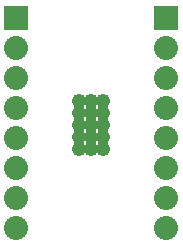
<source format=gbs>
G04 (created by PCBNEW-RS274X (2012-01-19 BZR 3256)-stable) date 2013-01-22 오후 1:13:22*
G01*
G70*
G90*
%MOIN*%
G04 Gerber Fmt 3.4, Leading zero omitted, Abs format*
%FSLAX34Y34*%
G04 APERTURE LIST*
%ADD10C,0.006000*%
%ADD11C,0.048000*%
%ADD12R,0.080000X0.080000*%
%ADD13C,0.080000*%
G04 APERTURE END LIST*
G54D10*
G54D11*
X43750Y-40950D03*
X44150Y-40950D03*
X44550Y-40950D03*
X43750Y-41350D03*
X44150Y-41350D03*
X44550Y-41350D03*
X43750Y-41750D03*
X44150Y-41750D03*
X44550Y-41750D03*
X43750Y-42150D03*
X44150Y-42150D03*
X44550Y-42150D03*
X43750Y-42550D03*
X44150Y-42550D03*
X44550Y-42550D03*
G54D12*
X41650Y-38200D03*
G54D13*
X41650Y-39200D03*
X41650Y-40200D03*
X41650Y-41200D03*
X41650Y-42200D03*
X41650Y-43200D03*
X41650Y-44200D03*
X41650Y-45200D03*
G54D12*
X46650Y-38200D03*
G54D13*
X46650Y-39200D03*
X46650Y-40200D03*
X46650Y-41200D03*
X46650Y-42200D03*
X46650Y-43200D03*
X46650Y-44200D03*
X46650Y-45200D03*
M02*

</source>
